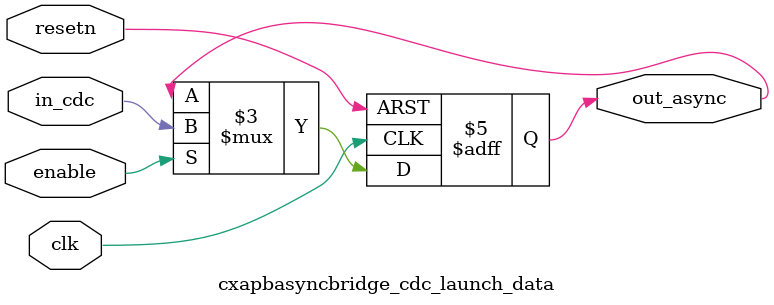
<source format=v>

module cxapbasyncbridge_cdc_launch_data (
  clk, 
  resetn, 
  enable,
  in_cdc,
  out_async
  );

  parameter WIDTH = 1;
  
  // ------------------------------------------------------
  // port declaration
  // ------------------------------------------------------
  input               clk; 
  input               resetn; 
  input               enable;
  input  [WIDTH-1:0]  in_cdc;
  output [WIDTH-1:0]  out_async;

  // -------------------------------------------
  // reg/wire declarations
  // ------------------------------------------------------

  reg   [WIDTH-1:0]  out_async;

  always@(posedge clk or negedge resetn)
     begin : p_cdc_launch_seq
        if(~resetn)
           out_async <= {WIDTH{1'b0}};
        else if (enable)
           out_async <= in_cdc;
     end

endmodule

</source>
